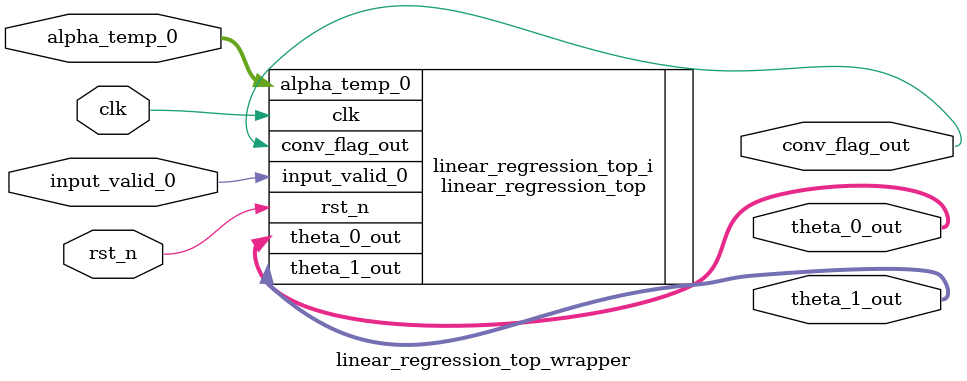
<source format=v>
`timescale 1 ps / 1 ps

module linear_regression_top_wrapper
   (alpha_temp_0,
    clk,
    conv_flag_out,
    input_valid_0,
    rst_n,
    theta_0_out,
    theta_1_out);
  input [3:0]alpha_temp_0;
  input clk;
  output conv_flag_out;
  input input_valid_0;
  input rst_n;
  output [15:0]theta_0_out;
  output [15:0]theta_1_out;

  wire [3:0]alpha_temp_0;
  wire clk;
  wire conv_flag_out;
  wire input_valid_0;
  wire rst_n;
  wire [15:0]theta_0_out;
  wire [15:0]theta_1_out;

  linear_regression_top linear_regression_top_i
       (.alpha_temp_0(alpha_temp_0),
        .clk(clk),
        .conv_flag_out(conv_flag_out),
        .input_valid_0(input_valid_0),
        .rst_n(rst_n),
        .theta_0_out(theta_0_out),
        .theta_1_out(theta_1_out));
endmodule

</source>
